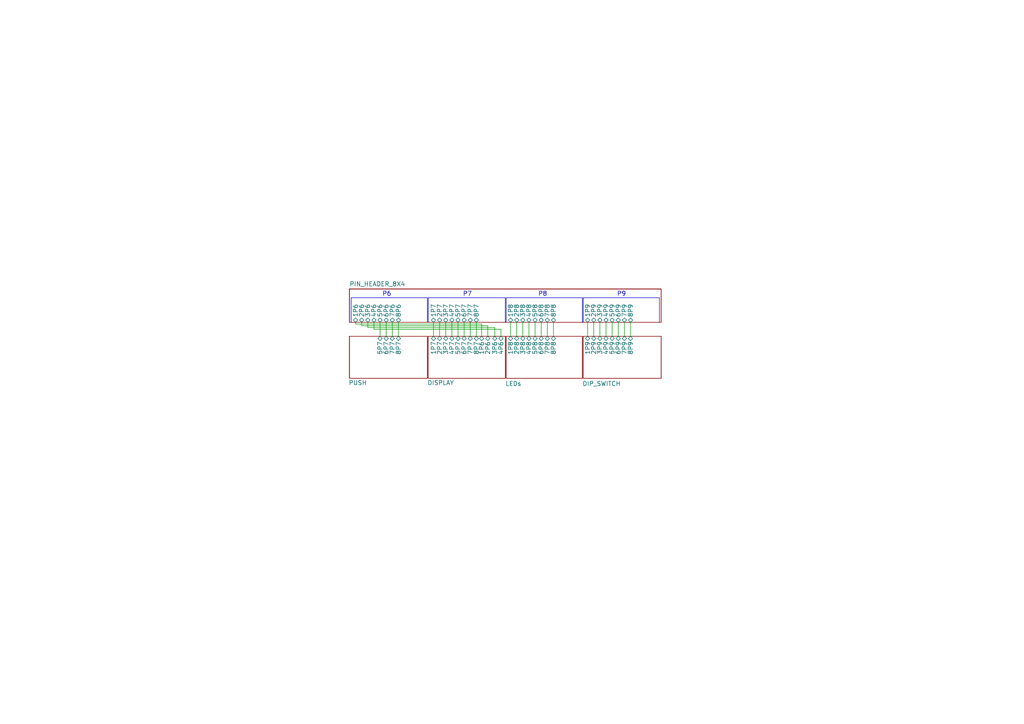
<source format=kicad_sch>
(kicad_sch (version 20230121) (generator eeschema)
  (paper "A4")
  (lib_symbols)
  (wire (pts (xy 106.68 94.996) (xy 143.51 94.996)))
  (wire (pts (xy 143.51 94.996) (xy 143.51 97.536)))
  (polyline (pts (xy 169.164 86.36) (xy 191.262 86.36)))
  (wire (pts (xy 134.62 93.472) (xy 134.62 97.536)))
  (polyline (pts (xy 168.91 86.36) (xy 168.91 93.472)))
  (wire (pts (xy 170.434 93.472) (xy 170.434 97.536)))
  (wire (pts (xy 175.768 93.472) (xy 175.768 97.536)))
  (wire (pts (xy 108.458 95.504) (xy 108.458 93.472)))
  (polyline (pts (xy 191.262 86.36) (xy 191.262 93.472)))
  (wire (pts (xy 103.124 93.98) (xy 103.124 93.472)))
  (wire (pts (xy 158.75 93.472) (xy 158.75 97.536)))
  (wire (pts (xy 179.324 93.472) (xy 179.324 97.536)))
  (polyline (pts (xy 169.164 93.472) (xy 169.164 86.36)))
  (wire (pts (xy 139.7 93.98) (xy 103.124 93.98)))
  (wire (pts (xy 148.082 93.472) (xy 148.082 97.536)))
  (wire (pts (xy 177.546 93.472) (xy 177.546 97.536)))
  (wire (pts (xy 104.902 94.488) (xy 104.902 93.472)))
  (wire (pts (xy 151.638 93.472) (xy 151.638 97.536)))
  (wire (pts (xy 160.528 93.472) (xy 160.528 97.536)))
  (polyline (pts (xy 101.854 93.472) (xy 101.854 86.36)))
  (polyline (pts (xy 146.812 86.36) (xy 168.91 86.36)))
  (polyline (pts (xy 146.558 86.36) (xy 146.558 93.472)))
  (wire (pts (xy 145.288 95.504) (xy 108.458 95.504)))
  (wire (pts (xy 153.416 93.472) (xy 153.416 97.536)))
  (wire (pts (xy 132.842 93.472) (xy 132.842 97.536)))
  (wire (pts (xy 182.88 93.472) (xy 182.88 97.536)))
  (wire (pts (xy 138.176 93.472) (xy 138.176 97.536)))
  (polyline (pts (xy 123.952 86.36) (xy 123.952 93.472)))
  (wire (pts (xy 156.972 93.472) (xy 156.972 97.536)))
  (wire (pts (xy 113.792 93.472) (xy 113.792 97.536)))
  (wire (pts (xy 181.102 93.472) (xy 181.102 97.536)))
  (polyline (pts (xy 146.812 93.472) (xy 146.812 86.36)))
  (wire (pts (xy 127.508 93.472) (xy 127.508 97.536)))
  (wire (pts (xy 115.57 93.472) (xy 115.57 97.536)))
  (wire (pts (xy 112.014 93.472) (xy 112.014 97.536)))
  (wire (pts (xy 139.7 97.536) (xy 139.7 93.98)))
  (wire (pts (xy 155.194 93.472) (xy 155.194 97.536)))
  (wire (pts (xy 129.286 93.472) (xy 129.286 97.536)))
  (wire (pts (xy 149.86 93.472) (xy 149.86 97.536)))
  (wire (pts (xy 172.212 93.472) (xy 172.212 97.536)))
  (wire (pts (xy 125.73 93.472) (xy 125.73 97.536)))
  (wire (pts (xy 106.68 93.472) (xy 106.68 94.996)))
  (wire (pts (xy 141.478 94.488) (xy 104.902 94.488)))
  (polyline (pts (xy 124.206 93.472) (xy 124.206 86.36)))
  (polyline (pts (xy 124.206 86.36) (xy 146.558 86.36)))
  (polyline (pts (xy 101.854 86.36) (xy 123.952 86.36)))
  (wire (pts (xy 110.236 93.472) (xy 110.236 97.536)))
  (wire (pts (xy 131.064 93.472) (xy 131.064 97.536)))
  (wire (pts (xy 173.99 93.472) (xy 173.99 97.536)))
  (wire (pts (xy 136.398 93.472) (xy 136.398 97.536)))
  (wire (pts (xy 141.478 97.536) (xy 141.478 94.488)))
  (wire (pts (xy 145.288 97.536) (xy 145.288 95.504)))
  (text "P6" (at 113.538 86.106 0) (effects (font (size 1.27 1.27)) (justify right bottom)))
  (text "P7" (at 136.906 86.106 0) (effects (font (size 1.27 1.27)) (justify right bottom)))
  (text "P9" (at 181.61 86.106 0) (effects (font (size 1.27 1.27)) (justify right bottom)))
  (text "P8" (at 158.75 86.106 0) (effects (font (size 1.27 1.27)) (justify right bottom)))
  (sheet (at 146.812 97.536) (size 22.098 12.192) (stroke (width 0.1524))
    (property "Sheetname" "LEDs" (at 146.558 112.014 0) (effects (justify left bottom)))
    (property "Sheetfile" "LEDs.kicad_sch" (effects hide))
    (pin "5P8" bidirectional (at 155.194 97.536 90))
    (pin "3P8" bidirectional (at 151.638 97.536 90))
    (pin "8P8" bidirectional (at 160.528 97.536 90))
    (pin "7P8" bidirectional (at 158.75 97.536 90))
    (pin "4P8" bidirectional (at 153.416 97.536 90))
    (pin "2P8" bidirectional (at 149.86 97.536 90))
    (pin "1P8" bidirectional (at 148.082 97.536 90))
    (pin "6P8" bidirectional (at 156.972 97.536 90))
  )
  (sheet (at 101.346 97.536) (size 22.606 12.192) (stroke (width 0.1524))
    (property "Sheetname" "PUSH" (at 101.092 111.76 0) (effects (justify left bottom)))
    (property "Sheetfile" "PUSH.kicad_sch" (effects hide))
    (pin "7P7" bidirectional (at 113.792 97.536 90))
    (pin "5P7" bidirectional (at 110.236 97.536 90))
    (pin "8P7" bidirectional (at 115.57 97.536 90))
    (pin "6P7" bidirectional (at 112.014 97.536 90))
  )
  (sheet (at 169.164 97.536) (size 22.606 12.192) (stroke (width 0.1524))
    (property "Sheetname" "DIP_SWITCH" (at 168.91 112.014 0) (effects (justify left bottom)))
    (property "Sheetfile" "DIP_SWICTH.kicad_sch" (effects hide))
    (pin "4P9" bidirectional (at 175.768 97.536 90))
    (pin "5P9" bidirectional (at 177.546 97.536 90))
    (pin "6P9" bidirectional (at 179.324 97.536 90))
    (pin "7P9" bidirectional (at 181.102 97.536 90))
    (pin "8P9" bidirectional (at 182.88 97.536 90))
    (pin "1P9" bidirectional (at 170.434 97.536 90))
    (pin "3P9" bidirectional (at 173.99 97.536 90))
    (pin "2P9" bidirectional (at 172.212 97.536 90))
  )
  (sheet (at 124.206 97.536) (size 22.352 12.192) (stroke (width 0.1524))
    (property "Sheetname" "DISPLAY" (at 123.952 111.76 0) (effects (justify left bottom)))
    (property "Sheetfile" "DISPLAY.kicad_sch" (effects hide))
    (pin "4P6" bidirectional (at 145.288 97.536 90))
    (pin "2P6" bidirectional (at 141.478 97.536 90))
    (pin "3P6" bidirectional (at 143.51 97.536 90))
    (pin "1P6" bidirectional (at 139.7 97.536 90))
    (pin "1P7" bidirectional (at 125.73 97.536 90))
    (pin "4P7" bidirectional (at 131.064 97.536 90))
    (pin "5P7" bidirectional (at 132.842 97.536 90))
    (pin "3P7" bidirectional (at 129.286 97.536 90))
    (pin "2P7" bidirectional (at 127.508 97.536 90))
    (pin "8P7" bidirectional (at 138.176 97.536 90))
    (pin "7P7" bidirectional (at 136.398 97.536 90))
    (pin "6P7" bidirectional (at 134.62 97.536 90))
  )
  (sheet (at 101.346 83.82) (size 90.424 9.652) (stroke (width 0.1524))
    (property "Sheetname" "PIN_HEADER_8X4" (at 101.346 83.1084 0) (effects (justify left bottom)))
    (property "Sheetfile" "PIN_HEADER_8X4.kicad_sch" (effects hide))
    (pin "3P8" bidirectional (at 151.638 93.472 270))
    (pin "2P8" bidirectional (at 149.86 93.472 270))
    (pin "4P8" bidirectional (at 153.416 93.472 270))
    (pin "1P8" bidirectional (at 148.082 93.472 270))
    (pin "7P8" bidirectional (at 158.75 93.472 270))
    (pin "6P8" bidirectional (at 156.972 93.472 270))
    (pin "8P8" bidirectional (at 160.528 93.472 270))
    (pin "5P8" bidirectional (at 155.194 93.472 270))
    (pin "4P6" bidirectional (at 108.458 93.472 270))
    (pin "2P6" bidirectional (at 104.902 93.472 270))
    (pin "1P6" bidirectional (at 103.124 93.472 270))
    (pin "3P6" bidirectional (at 106.68 93.472 270))
    (pin "5P6" bidirectional (at 110.236 93.472 270))
    (pin "6P6" bidirectional (at 112.014 93.472 270))
    (pin "7P6" bidirectional (at 113.792 93.472 270))
    (pin "8P6" bidirectional (at 115.57 93.472 270))
    (pin "8P7" bidirectional (at 138.176 93.472 270))
    (pin "7P7" bidirectional (at 136.398 93.472 270))
    (pin "6P7" bidirectional (at 134.62 93.472 270))
    (pin "4P7" bidirectional (at 131.064 93.472 270))
    (pin "5P7" bidirectional (at 132.842 93.472 270))
    (pin "3P7" bidirectional (at 129.286 93.472 270))
    (pin "2P7" bidirectional (at 127.508 93.472 270))
    (pin "1P7" bidirectional (at 125.73 93.472 270))
    (pin "3P9" bidirectional (at 173.99 93.472 270))
    (pin "6P9" bidirectional (at 179.324 93.472 270))
    (pin "5P9" bidirectional (at 177.546 93.472 270))
    (pin "2P9" bidirectional (at 172.212 93.472 270))
    (pin "4P9" bidirectional (at 175.768 93.472 270))
    (pin "1P9" bidirectional (at 170.434 93.472 270))
    (pin "7P9" bidirectional (at 181.102 93.472 270))
    (pin "8P9" bidirectional (at 182.88 93.472 270))
  )
)
</source>
